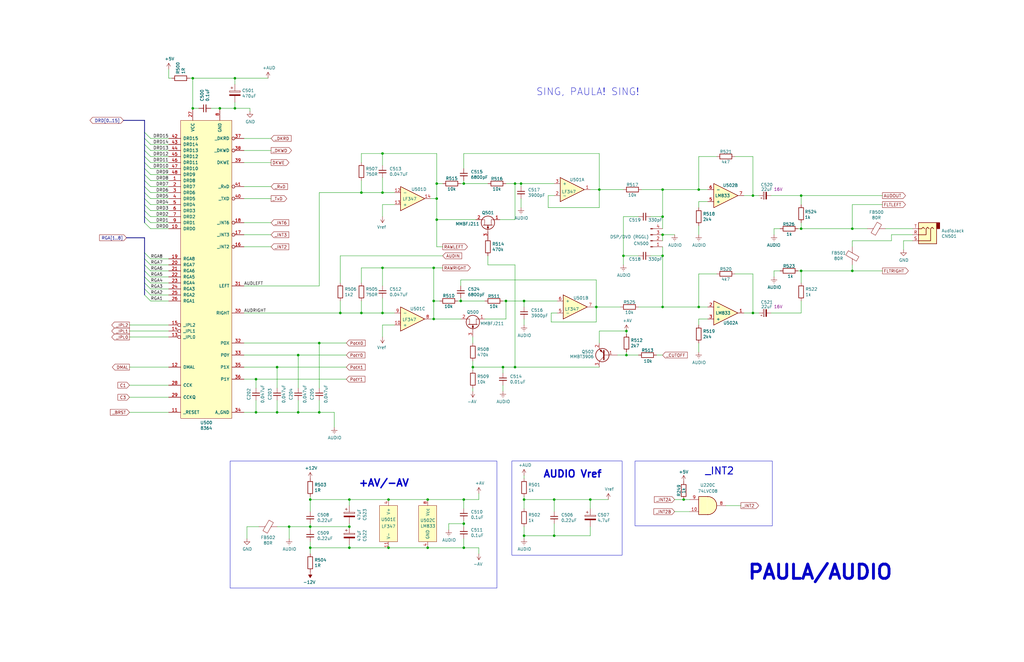
<source format=kicad_sch>
(kicad_sch (version 20231120) (generator "eeschema") (generator_version "8.0")
  (paper "B")
  (title_block (title "AMIGA PCI") (date "2024-07-31") (rev "4.0"))
  (junction (at 217.17 77.47))
  (junction (at 219.71 77.47))
  (junction (at 184.15 77.47))
  (junction (at 116.84 154.94))
  (junction (at 130.81 210.82))
  (junction (at 337.82 82.55))
  (junction (at 213.36 127))
  (junction (at 107.95 173.99))
  (junction (at 147.32 210.82))
  (junction (at 279.4 129.54))
  (junction (at 317.5 132.08))
  (junction (at 134.62 173.99))
  (junction (at 121.92 222.25))
  (junction (at 294.64 80.01))
  (junction (at 92.71 45.72))
  (junction (at 161.29 81.28))
  (junction (at 130.81 231.14))
  (junction (at 262.89 107.95))
  (junction (at 220.98 127))
  (junction (at 81.28 33.02))
  (junction (at 233.68 226.06))
  (junction (at 248.92 210.82))
  (junction (at 163.83 210.82))
  (junction (at 212.09 154.94))
  (junction (at 161.29 132.08))
  (junction (at 220.98 210.82))
  (junction (at 217.17 154.94))
  (junction (at 317.5 82.55))
  (junction (at 195.58 231.14))
  (junction (at 130.81 222.25))
  (junction (at 99.06 45.72))
  (junction (at 81.28 45.72))
  (junction (at 194.31 127))
  (junction (at 337.82 96.52))
  (junction (at 182.88 127))
  (junction (at 147.32 222.25))
  (junction (at 99.06 33.02))
  (junction (at 279.4 80.01))
  (junction (at 220.98 226.06))
  (junction (at 195.58 77.47))
  (junction (at 182.88 134.62))
  (junction (at 163.83 231.14))
  (junction (at 264.16 139.7))
  (junction (at 125.73 149.86))
  (junction (at 195.58 220.98))
  (junction (at 182.88 113.03))
  (junction (at 134.62 144.78))
  (junction (at 107.95 160.02))
  (junction (at 359.41 114.3))
  (junction (at 152.4 81.28))
  (junction (at 279.4 91.44))
  (junction (at 288.29 210.82))
  (junction (at 184.15 92.71))
  (junction (at 359.41 96.52))
  (junction (at 337.82 114.3))
  (junction (at 180.34 231.14))
  (junction (at 152.4 132.08))
  (junction (at 125.73 173.99))
  (junction (at 279.4 107.95))
  (junction (at 264.16 149.86))
  (junction (at 279.4 99.06))
  (junction (at 161.29 113.03))
  (junction (at 233.68 210.82))
  (junction (at 116.84 173.99))
  (junction (at 252.73 80.01))
  (junction (at 147.32 231.14))
  (junction (at 251.46 129.54))
  (junction (at 161.29 64.77))
  (junction (at 180.34 210.82))
  (junction (at 184.15 83.82))
  (junction (at 199.39 154.94))
  (junction (at 294.64 129.54))
  (junction (at 195.58 210.82))
  (junction (at 143.51 132.08))
  (bus_entry (at 63.5 66.04) (size -2.54 -2.54))
  (bus_entry (at 63.5 88.9) (size -2.54 -2.54))
  (bus_entry (at 63.5 60.96) (size -2.54 -2.54))
  (bus_entry (at 63.5 114.3) (size -2.54 -2.54))
  (bus_entry (at 63.5 119.38) (size -2.54 -2.54))
  (bus_entry (at 63.5 83.82) (size -2.54 -2.54))
  (bus_entry (at 63.5 76.2) (size -2.54 -2.54))
  (bus_entry (at 63.5 91.44) (size -2.54 -2.54))
  (bus_entry (at 63.5 81.28) (size -2.54 -2.54))
  (bus_entry (at 63.5 63.5) (size -2.54 -2.54))
  (bus_entry (at 63.5 111.76) (size -2.54 -2.54))
  (bus_entry (at 63.5 73.66) (size -2.54 -2.54))
  (bus_entry (at 63.5 58.42) (size -2.54 -2.54))
  (bus_entry (at 63.5 68.58) (size -2.54 -2.54))
  (bus_entry (at 63.5 124.46) (size -2.54 -2.54))
  (bus_entry (at 63.5 86.36) (size -2.54 -2.54))
  (bus_entry (at 63.5 121.92) (size -2.54 -2.54))
  (bus_entry (at 63.5 96.52) (size -2.54 -2.54))
  (bus_entry (at 63.5 78.74) (size -2.54 -2.54))
  (bus_entry (at 63.5 109.22) (size -2.54 -2.54))
  (bus_entry (at 63.5 127) (size -2.54 -2.54))
  (bus_entry (at 63.5 116.84) (size -2.54 -2.54))
  (bus_entry (at 63.5 93.98) (size -2.54 -2.54))
  (bus_entry (at 63.5 71.12) (size -2.54 -2.54))
  (wire (pts (xy 54.61 142.24) (xy 71.12 142.24)))
  (wire (pts (xy 99.06 45.72) (xy 99.06 43.18)))
  (wire (pts (xy 130.81 210.82) (xy 147.32 210.82)))
  (wire (pts (xy 147.32 220.98) (xy 147.32 222.25)))
  (wire (pts (xy 337.82 96.52) (xy 359.41 96.52)))
  (wire (pts (xy 317.5 82.55) (xy 317.5 66.04)))
  (wire (pts (xy 107.95 160.02) (xy 107.95 163.83)))
  (wire (pts (xy 233.68 220.98) (xy 233.68 226.06)))
  (wire (pts (xy 71.12 124.46) (xy 63.5 124.46)))
  (wire (pts (xy 210.82 92.71) (xy 217.17 92.71)))
  (bus (pts (xy 60.96 63.5) (xy 60.96 66.04)))
  (wire (pts (xy 182.88 113.03) (xy 161.29 113.03)))
  (wire (pts (xy 104.14 222.25) (xy 109.22 222.25)))
  (bus (pts (xy 60.96 81.28) (xy 60.96 83.82)))
  (wire (pts (xy 217.17 154.94) (xy 252.73 154.94)))
  (bus (pts (xy 60.96 88.9) (xy 60.96 91.44)))
  (bus (pts (xy 60.96 106.68) (xy 60.96 109.22)))
  (wire (pts (xy 182.88 134.62) (xy 182.88 127)))
  (wire (pts (xy 212.09 162.56) (xy 212.09 165.1)))
  (wire (pts (xy 102.87 173.99) (xy 107.95 173.99)))
  (wire (pts (xy 381 101.6) (xy 381 105.41)))
  (wire (pts (xy 264.16 148.59) (xy 264.16 149.86)))
  (wire (pts (xy 205.74 111.76) (xy 217.17 111.76)))
  (wire (pts (xy 71.12 66.04) (xy 63.5 66.04)))
  (wire (pts (xy 161.29 81.28) (xy 166.37 81.28)))
  (wire (pts (xy 71.12 63.5) (xy 63.5 63.5)))
  (bus (pts (xy 60.96 50.8) (xy 60.96 55.88)))
  (wire (pts (xy 184.15 92.71) (xy 184.15 104.14)))
  (wire (pts (xy 294.64 66.04) (xy 294.64 80.01)))
  (wire (pts (xy 336.55 114.3) (xy 337.82 114.3)))
  (wire (pts (xy 184.15 83.82) (xy 184.15 92.71)))
  (wire (pts (xy 217.17 77.47) (xy 219.71 77.47)))
  (wire (pts (xy 161.29 74.93) (xy 161.29 81.28)))
  (wire (pts (xy 359.41 101.6) (xy 375.92 101.6)))
  (wire (pts (xy 54.61 173.99) (xy 71.12 173.99)))
  (wire (pts (xy 71.12 93.98) (xy 63.5 93.98)))
  (wire (pts (xy 284.48 215.9) (xy 290.83 215.9)))
  (wire (pts (xy 262.89 107.95) (xy 269.24 107.95)))
  (wire (pts (xy 182.88 127) (xy 185.42 127)))
  (wire (pts (xy 220.98 210.82) (xy 220.98 214.63)))
  (wire (pts (xy 102.87 154.94) (xy 116.84 154.94)))
  (wire (pts (xy 302.26 66.04) (xy 294.64 66.04)))
  (wire (pts (xy 262.89 111.76) (xy 262.89 107.95)))
  (wire (pts (xy 359.41 114.3) (xy 359.41 111.76)))
  (wire (pts (xy 234.95 132.08) (xy 232.41 132.08)))
  (wire (pts (xy 212.09 154.94) (xy 212.09 157.48)))
  (wire (pts (xy 152.4 64.77) (xy 161.29 64.77)))
  (wire (pts (xy 195.58 210.82) (xy 201.93 210.82)))
  (wire (pts (xy 279.4 107.95) (xy 279.4 129.54)))
  (wire (pts (xy 302.26 115.57) (xy 294.64 115.57)))
  (wire (pts (xy 294.64 134.62) (xy 294.64 137.16)))
  (wire (pts (xy 130.81 222.25) (xy 147.32 222.25)))
  (wire (pts (xy 313.69 82.55) (xy 317.5 82.55)))
  (wire (pts (xy 231.14 82.55) (xy 233.68 82.55)))
  (wire (pts (xy 152.4 68.58) (xy 152.4 64.77)))
  (wire (pts (xy 134.62 173.99) (xy 140.97 173.99)))
  (wire (pts (xy 71.12 33.02) (xy 72.39 33.02)))
  (wire (pts (xy 204.47 134.62) (xy 213.36 134.62)))
  (wire (pts (xy 199.39 142.24) (xy 199.39 144.78)))
  (wire (pts (xy 375.92 99.06) (xy 384.81 99.06)))
  (wire (pts (xy 233.68 226.06) (xy 248.92 226.06)))
  (wire (pts (xy 294.64 80.01) (xy 298.45 80.01)))
  (wire (pts (xy 152.4 132.08) (xy 161.29 132.08)))
  (wire (pts (xy 269.24 91.44) (xy 262.89 91.44)))
  (wire (pts (xy 71.12 86.36) (xy 63.5 86.36)))
  (wire (pts (xy 130.81 210.82) (xy 130.81 215.9)))
  (wire (pts (xy 182.88 113.03) (xy 182.88 127)))
  (wire (pts (xy 269.24 129.54) (xy 279.4 129.54)))
  (wire (pts (xy 121.92 222.25) (xy 116.84 222.25)))
  (wire (pts (xy 147.32 231.14) (xy 163.83 231.14)))
  (wire (pts (xy 130.81 209.55) (xy 130.81 210.82)))
  (wire (pts (xy 274.32 107.95) (xy 279.4 107.95)))
  (bus (pts (xy 60.96 73.66) (xy 60.96 76.2)))
  (wire (pts (xy 195.58 77.47) (xy 205.74 77.47)))
  (wire (pts (xy 181.61 83.82) (xy 184.15 83.82)))
  (wire (pts (xy 195.58 64.77) (xy 252.73 64.77)))
  (wire (pts (xy 220.98 209.55) (xy 220.98 210.82)))
  (wire (pts (xy 147.32 231.14) (xy 130.81 231.14)))
  (wire (pts (xy 373.38 96.52) (xy 384.81 96.52)))
  (wire (pts (xy 116.84 154.94) (xy 146.05 154.94)))
  (wire (pts (xy 152.4 81.28) (xy 161.29 81.28)))
  (wire (pts (xy 161.29 86.36) (xy 161.29 91.44)))
  (wire (pts (xy 182.88 134.62) (xy 194.31 134.62)))
  (wire (pts (xy 184.15 83.82) (xy 184.15 77.47)))
  (wire (pts (xy 184.15 77.47) (xy 184.15 64.77)))
  (wire (pts (xy 359.41 96.52) (xy 359.41 86.36)))
  (wire (pts (xy 252.73 80.01) (xy 252.73 64.77)))
  (wire (pts (xy 143.51 132.08) (xy 152.4 132.08)))
  (wire (pts (xy 317.5 115.57) (xy 309.88 115.57)))
  (wire (pts (xy 248.92 210.82) (xy 256.54 210.82)))
  (wire (pts (xy 152.4 76.2) (xy 152.4 81.28)))
  (wire (pts (xy 233.68 215.9) (xy 233.68 210.82)))
  (wire (pts (xy 252.73 139.7) (xy 264.16 139.7)))
  (wire (pts (xy 107.95 160.02) (xy 146.05 160.02)))
  (wire (pts (xy 71.12 83.82) (xy 63.5 83.82)))
  (wire (pts (xy 231.14 82.55) (xy 231.14 87.63)))
  (wire (pts (xy 220.98 227.33) (xy 220.98 226.06)))
  (wire (pts (xy 114.3 99.06) (xy 102.87 99.06)))
  (wire (pts (xy 326.39 96.52) (xy 326.39 99.06)))
  (wire (pts (xy 71.12 76.2) (xy 63.5 76.2)))
  (wire (pts (xy 81.28 33.02) (xy 99.06 33.02)))
  (wire (pts (xy 152.4 127) (xy 152.4 132.08)))
  (wire (pts (xy 102.87 144.78) (xy 134.62 144.78)))
  (wire (pts (xy 217.17 111.76) (xy 217.17 154.94)))
  (wire (pts (xy 184.15 77.47) (xy 186.69 77.47)))
  (wire (pts (xy 279.4 80.01) (xy 294.64 80.01)))
  (wire (pts (xy 279.4 91.44) (xy 279.4 80.01)))
  (wire (pts (xy 248.92 80.01) (xy 252.73 80.01)))
  (wire (pts (xy 294.64 85.09) (xy 294.64 87.63)))
  (wire (pts (xy 116.84 154.94) (xy 116.84 163.83)))
  (wire (pts (xy 220.98 134.62) (xy 220.98 137.16)))
  (wire (pts (xy 195.58 227.33) (xy 195.58 231.14)))
  (wire (pts (xy 184.15 104.14) (xy 186.69 104.14)))
  (bus (pts (xy 60.96 66.04) (xy 60.96 68.58)))
  (wire (pts (xy 219.71 83.82) (xy 219.71 87.63)))
  (wire (pts (xy 186.69 107.95) (xy 143.51 107.95)))
  (wire (pts (xy 194.31 127) (xy 204.47 127)))
  (wire (pts (xy 317.5 66.04) (xy 309.88 66.04)))
  (wire (pts (xy 359.41 86.36) (xy 372.11 86.36)))
  (bus (pts (xy 60.96 50.8) (xy 52.07 50.8)))
  (wire (pts (xy 71.12 127) (xy 63.5 127)))
  (bus (pts (xy 60.96 71.12) (xy 60.96 73.66)))
  (wire (pts (xy 264.16 149.86) (xy 269.24 149.86)))
  (wire (pts (xy 288.29 210.82) (xy 290.83 210.82)))
  (wire (pts (xy 232.41 135.89) (xy 251.46 135.89)))
  (wire (pts (xy 359.41 114.3) (xy 372.11 114.3)))
  (wire (pts (xy 248.92 214.63) (xy 248.92 210.82)))
  (wire (pts (xy 130.81 222.25) (xy 130.81 223.52)))
  (wire (pts (xy 54.61 139.7) (xy 71.12 139.7)))
  (wire (pts (xy 104.14 222.25) (xy 104.14 227.33)))
  (wire (pts (xy 194.31 125.73) (xy 194.31 127)))
  (wire (pts (xy 130.81 233.68) (xy 130.81 231.14)))
  (wire (pts (xy 80.01 33.02) (xy 81.28 33.02)))
  (wire (pts (xy 71.12 88.9) (xy 63.5 88.9)))
  (wire (pts (xy 143.51 127) (xy 143.51 132.08)))
  (wire (pts (xy 71.12 73.66) (xy 63.5 73.66)))
  (wire (pts (xy 134.62 144.78) (xy 134.62 163.83)))
  (wire (pts (xy 195.58 231.14) (xy 201.93 231.14)))
  (wire (pts (xy 326.39 114.3) (xy 326.39 116.84)))
  (wire (pts (xy 252.73 80.01) (xy 262.89 80.01)))
  (wire (pts (xy 121.92 222.25) (xy 121.92 227.33)))
  (wire (pts (xy 233.68 210.82) (xy 248.92 210.82)))
  (wire (pts (xy 337.82 114.3) (xy 359.41 114.3)))
  (wire (pts (xy 114.3 63.5) (xy 102.87 63.5)))
  (wire (pts (xy 161.29 125.73) (xy 161.29 132.08)))
  (wire (pts (xy 220.98 226.06) (xy 233.68 226.06)))
  (wire (pts (xy 220.98 127) (xy 234.95 127)))
  (bus (pts (xy 60.96 91.44) (xy 60.96 93.98)))
  (wire (pts (xy 270.51 80.01) (xy 279.4 80.01)))
  (wire (pts (xy 99.06 35.56) (xy 99.06 33.02)))
  (wire (pts (xy 147.32 210.82) (xy 163.83 210.82)))
  (wire (pts (xy 71.12 109.22) (xy 63.5 109.22)))
  (wire (pts (xy 359.41 96.52) (xy 365.76 96.52)))
  (wire (pts (xy 279.4 91.44) (xy 279.4 96.52)))
  (wire (pts (xy 114.3 83.82) (xy 102.87 83.82)))
  (wire (pts (xy 147.32 210.82) (xy 147.32 213.36)))
  (wire (pts (xy 163.83 231.14) (xy 180.34 231.14)))
  (wire (pts (xy 161.29 132.08) (xy 166.37 132.08)))
  (wire (pts (xy 199.39 154.94) (xy 212.09 154.94)))
  (wire (pts (xy 201.93 231.14) (xy 201.93 233.68)))
  (wire (pts (xy 279.4 99.06) (xy 284.48 99.06)))
  (wire (pts (xy 328.93 96.52) (xy 326.39 96.52)))
  (wire (pts (xy 114.3 68.58) (xy 102.87 68.58)))
  (wire (pts (xy 107.95 173.99) (xy 116.84 173.99)))
  (wire (pts (xy 161.29 113.03) (xy 152.4 113.03)))
  (bus (pts (xy 60.96 58.42) (xy 60.96 60.96)))
  (wire (pts (xy 54.61 154.94) (xy 71.12 154.94)))
  (wire (pts (xy 262.89 91.44) (xy 262.89 107.95)))
  (wire (pts (xy 71.12 60.96) (xy 63.5 60.96)))
  (wire (pts (xy 359.41 104.14) (xy 359.41 101.6)))
  (wire (pts (xy 130.81 231.14) (xy 130.81 228.6)))
  (bus (pts (xy 60.96 60.96) (xy 60.96 63.5)))
  (wire (pts (xy 166.37 86.36) (xy 161.29 86.36)))
  (wire (pts (xy 298.45 85.09) (xy 294.64 85.09)))
  (wire (pts (xy 125.73 168.91) (xy 125.73 173.99)))
  (wire (pts (xy 114.3 78.74) (xy 102.87 78.74)))
  (wire (pts (xy 231.14 87.63) (xy 252.73 87.63)))
  (bus (pts (xy 60.96 100.33) (xy 53.34 100.33)))
  (wire (pts (xy 298.45 134.62) (xy 294.64 134.62)))
  (wire (pts (xy 102.87 160.02) (xy 107.95 160.02)))
  (wire (pts (xy 125.73 173.99) (xy 134.62 173.99)))
  (wire (pts (xy 375.92 101.6) (xy 375.92 99.06)))
  (wire (pts (xy 71.12 119.38) (xy 63.5 119.38)))
  (wire (pts (xy 337.82 86.36) (xy 337.82 82.55)))
  (wire (pts (xy 219.71 78.74) (xy 219.71 77.47)))
  (wire (pts (xy 163.83 210.82) (xy 180.34 210.82)))
  (wire (pts (xy 125.73 149.86) (xy 146.05 149.86)))
  (wire (pts (xy 337.82 127) (xy 337.82 132.08)))
  (wire (pts (xy 134.62 81.28) (xy 152.4 81.28)))
  (wire (pts (xy 180.34 210.82) (xy 195.58 210.82)))
  (wire (pts (xy 71.12 71.12) (xy 63.5 71.12)))
  (wire (pts (xy 189.23 220.98) (xy 189.23 223.52)))
  (wire (pts (xy 279.4 91.44) (xy 274.32 91.44)))
  (wire (pts (xy 317.5 132.08) (xy 317.5 115.57)))
  (wire (pts (xy 279.4 99.06) (xy 279.4 101.6)))
  (wire (pts (xy 195.58 219.71) (xy 195.58 220.98)))
  (wire (pts (xy 184.15 92.71) (xy 200.66 92.71)))
  (wire (pts (xy 116.84 173.99) (xy 125.73 173.99)))
  (wire (pts (xy 189.23 220.98) (xy 195.58 220.98)))
  (wire (pts (xy 140.97 180.34) (xy 140.97 173.99)))
  (wire (pts (xy 199.39 152.4) (xy 199.39 154.94)))
  (wire (pts (xy 294.64 115.57) (xy 294.64 129.54)))
  (wire (pts (xy 71.12 78.74) (xy 63.5 78.74)))
  (bus (pts (xy 60.96 121.92) (xy 60.96 124.46)))
  (wire (pts (xy 107.95 168.91) (xy 107.95 173.99)))
  (wire (pts (xy 325.12 132.08) (xy 337.82 132.08)))
  (wire (pts (xy 325.12 82.55) (xy 337.82 82.55)))
  (wire (pts (xy 220.98 200.66) (xy 220.98 201.93)))
  (wire (pts (xy 180.34 231.14) (xy 195.58 231.14)))
  (wire (pts (xy 217.17 77.47) (xy 213.36 77.47)))
  (wire (pts (xy 220.98 129.54) (xy 220.98 127)))
  (wire (pts (xy 102.87 132.08) (xy 143.51 132.08)))
  (wire (pts (xy 336.55 96.52) (xy 337.82 96.52)))
  (wire (pts (xy 284.48 210.82) (xy 288.29 210.82)))
  (wire (pts (xy 195.58 71.12) (xy 195.58 64.77)))
  (wire (pts (xy 337.82 114.3) (xy 337.82 119.38)))
  (wire (pts (xy 181.61 134.62) (xy 182.88 134.62)))
  (wire (pts (xy 161.29 64.77) (xy 161.29 69.85)))
  (wire (pts (xy 71.12 68.58) (xy 63.5 68.58)))
  (bus (pts (xy 60.96 86.36) (xy 60.96 88.9)))
  (wire (pts (xy 182.88 113.03) (xy 186.69 113.03)))
  (wire (pts (xy 220.98 222.25) (xy 220.98 226.06)))
  (wire (pts (xy 294.64 95.25) (xy 294.64 99.06)))
  (wire (pts (xy 147.32 231.14) (xy 147.32 229.87)))
  (wire (pts (xy 114.3 104.14) (xy 102.87 104.14)))
  (wire (pts (xy 71.12 121.92) (xy 63.5 121.92)))
  (wire (pts (xy 217.17 92.71) (xy 217.17 77.47)))
  (wire (pts (xy 337.82 96.52) (xy 337.82 93.98)))
  (wire (pts (xy 219.71 77.47) (xy 233.68 77.47)))
  (wire (pts (xy 134.62 144.78) (xy 146.05 144.78)))
  (wire (pts (xy 54.61 137.16) (xy 71.12 137.16)))
  (wire (pts (xy 276.86 149.86) (xy 279.4 149.86)))
  (wire (pts (xy 116.84 168.91) (xy 116.84 173.99)))
  (wire (pts (xy 199.39 154.94) (xy 199.39 156.21)))
  (wire (pts (xy 195.58 220.98) (xy 195.58 222.25)))
  (wire (pts (xy 279.4 104.14) (xy 279.4 107.95)))
  (wire (pts (xy 212.09 154.94) (xy 217.17 154.94)))
  (bus (pts (xy 60.96 100.33) (xy 60.96 106.68)))
  (wire (pts (xy 114.3 93.98) (xy 102.87 93.98)))
  (wire (pts (xy 71.12 91.44) (xy 63.5 91.44)))
  (wire (pts (xy 248.92 226.06) (xy 248.92 222.25)))
  (wire (pts (xy 71.12 81.28) (xy 63.5 81.28)))
  (wire (pts (xy 328.93 114.3) (xy 326.39 114.3)))
  (wire (pts (xy 161.29 64.77) (xy 184.15 64.77)))
  (wire (pts (xy 306.07 213.36) (xy 312.42 213.36)))
  (wire (pts (xy 260.35 149.86) (xy 264.16 149.86)))
  (wire (pts (xy 205.74 107.95) (xy 205.74 111.76)))
  (wire (pts (xy 213.36 127) (xy 220.98 127)))
  (wire (pts (xy 320.04 132.08) (xy 317.5 132.08)))
  (bus (pts (xy 60.96 111.76) (xy 60.96 114.3)))
  (wire (pts (xy 384.81 101.6) (xy 381 101.6)))
  (wire (pts (xy 99.06 33.02) (xy 113.03 33.02)))
  (bus (pts (xy 60.96 78.74) (xy 60.96 81.28)))
  (wire (pts (xy 143.51 107.95) (xy 143.51 119.38)))
  (bus (pts (xy 60.96 114.3) (xy 60.96 116.84)))
  (wire (pts (xy 71.12 116.84) (xy 63.5 116.84)))
  (wire (pts (xy 102.87 149.86) (xy 125.73 149.86)))
  (wire (pts (xy 279.4 129.54) (xy 294.64 129.54)))
  (wire (pts (xy 294.64 129.54) (xy 298.45 129.54)))
  (wire (pts (xy 193.04 127) (xy 194.31 127)))
  (wire (pts (xy 102.87 120.65) (xy 134.62 120.65)))
  (wire (pts (xy 194.31 118.11) (xy 251.46 118.11)))
  (wire (pts (xy 71.12 29.21) (xy 71.12 33.02)))
  (wire (pts (xy 81.28 45.72) (xy 81.28 33.02)))
  (wire (pts (xy 294.64 144.78) (xy 294.64 148.59)))
  (wire (pts (xy 251.46 129.54) (xy 261.62 129.54)))
  (wire (pts (xy 195.58 76.2) (xy 195.58 77.47)))
  (wire (pts (xy 71.12 96.52) (xy 63.5 96.52)))
  (wire (pts (xy 92.71 45.72) (xy 99.06 45.72)))
  (bus (pts (xy 60.96 116.84) (xy 60.96 119.38)))
  (bus (pts (xy 60.96 76.2) (xy 60.96 78.74)))
  (wire (pts (xy 88.9 45.72) (xy 92.71 45.72)))
  (wire (pts (xy 213.36 127) (xy 212.09 127)))
  (wire (pts (xy 251.46 135.89) (xy 251.46 129.54)))
  (wire (pts (xy 99.06 45.72) (xy 105.41 45.72)))
  (wire (pts (xy 213.36 134.62) (xy 213.36 127)))
  (wire (pts (xy 83.82 45.72) (xy 81.28 45.72)))
  (bus (pts (xy 60.96 68.58) (xy 60.96 71.12)))
  (wire (pts (xy 252.73 87.63) (xy 252.73 80.01)))
  (wire (pts (xy 152.4 113.03) (xy 152.4 119.38)))
  (bus (pts (xy 60.96 55.88) (xy 60.96 58.42)))
  (wire (pts (xy 134.62 168.91) (xy 134.62 173.99)))
  (wire (pts (xy 114.3 58.42) (xy 102.87 58.42)))
  (wire (pts (xy 201.93 210.82) (xy 201.93 208.28)))
  (wire (pts (xy 130.81 220.98) (xy 130.81 222.25)))
  (wire (pts (xy 134.62 120.65) (xy 134.62 81.28)))
  (wire (pts (xy 220.98 210.82) (xy 233.68 210.82)))
  (wire (pts (xy 54.61 167.64) (xy 71.12 167.64)))
  (bus (pts (xy 60.96 83.82) (xy 60.96 86.36)))
  (wire (pts (xy 313.69 132.08) (xy 317.5 132.08)))
  (wire (pts (xy 199.39 163.83) (xy 199.39 165.1)))
  (wire (pts (xy 194.31 77.47) (xy 195.58 77.47)))
  (wire (pts (xy 125.73 149.86) (xy 125.73 163.83)))
  (wire (pts (xy 264.16 139.7) (xy 264.16 140.97)))
  (wire (pts (xy 232.41 132.08) (xy 232.41 135.89)))
  (bus (pts (xy 60.96 109.22) (xy 60.96 111.76)))
  (wire (pts (xy 105.41 45.72) (xy 105.41 46.99)))
  (wire (pts (xy 166.37 137.16) (xy 161.29 137.16)))
  (wire (pts (xy 54.61 162.56) (xy 71.12 162.56)))
  (wire (pts (xy 194.31 120.65) (xy 194.31 118.11)))
  (wire (pts (xy 71.12 114.3) (xy 63.5 114.3)))
  (wire (pts (xy 251.46 129.54) (xy 251.46 118.11)))
  (wire (pts (xy 161.29 113.03) (xy 161.29 120.65)))
  (wire (pts (xy 337.82 82.55) (xy 372.11 82.55)))
  (wire (pts (xy 71.12 58.42) (xy 63.5 58.42)))
  (wire (pts (xy 195.58 210.82) (xy 195.58 214.63)))
  (wire (pts (xy 161.29 137.16) (xy 161.29 142.24)))
  (wire (pts (xy 121.92 222.25) (xy 130.81 222.25)))
  (wire (pts (xy 252.73 144.78) (xy 252.73 139.7)))
  (bus (pts (xy 60.96 119.38) (xy 60.96 121.92)))
  (wire (pts (xy 71.12 111.76) (xy 63.5 111.76)))
  (wire (pts (xy 320.04 82.55) (xy 317.5 82.55)))
  (wire (pts (xy 250.19 129.54) (xy 251.46 129.54)))
  (rectangle (start 215.8492 194.5386) (end 262.3312 234.2896))
  (rectangle (start 97.028 194.564) (end 209.55 248.158))
  (rectangle (start 267.7668 194.564) (end 325.7 221.8944))
  (text "AUDIO Vref" (at 254 201.93 0) (effects (font (size 3 3) (thickness 0.6) (bold yes)) (justify right bottom)))
  (text "SING, PAULA! SING!" (at 226.06 40.64 0) (effects (font (size 3 3)) (justify left bottom)))
  (text "+AV/-AV" (at 172.72 205.74 0) (effects (font (size 3 3) (thickness 0.6) (bold yes)) (justify right bottom)))
  (text "_INT2" (at 297.18 200.66 0) (effects (font (size 3 3) (thickness 0.4) (bold yes)) (justify left bottom)))
  (text "PAULA/AUDIO" (at 314.96 245.11 0) (effects (font (size 6 6) (thickness 1.2) (bold yes)) (justify left bottom)))
  (label "DRD2" (at 71.12 91.44 180) (effects (font (size 1.2954 1.2954))))
  (label "DRD3" (at 71.12 88.9 180) (effects (font (size 1.2954 1.2954))))
  (label "DRD6" (at 71.12 81.28 180) (effects (font (size 1.2954 1.2954))))
  (label "DRD14" (at 71.12 60.96 180) (effects (font (size 1.2954 1.2954))))
  (label "DRD7" (at 71.12 78.74 180) (effects (font (size 1.2954 1.2954))))
  (label "DRD0" (at 71.12 96.52 180) (effects (font (size 1.2954 1.2954))))
  (label "RGA7" (at 63.5 111.76 0) (effects (font (size 1.2954 1.2954))))
  (label "RGA4" (at 63.5 119.38 0) (effects (font (size 1.2954 1.2954))))
  (label "DRD4" (at 71.12 86.36 180) (effects (font (size 1.2954 1.2954))))
  (label "RGA6" (at 63.5 114.3 0) (effects (font (size 1.2954 1.2954))))
  (label "DRD5" (at 71.12 83.82 180) (effects (font (size 1.2954 1.2954))))
  (label "RGA3" (at 63.5 121.92 0) (effects (font (size 1.2954 1.2954))))
  (label "AUDRIGHT" (at 102.87 132.08 0))
  (label "DRD11" (at 71.12 68.58 180) (effects (font (size 1.2954 1.2954))))
  (label "RGA2" (at 63.5 124.46 0) (effects (font (size 1.2954 1.2954))))
  (label "DRD8" (at 71.12 76.2 180) (effects (font (size 1.2954 1.2954))))
  (label "DRD1" (at 71.12 93.98 180) (effects (font (size 1.2954 1.2954))))
  (label "DRD9" (at 71.12 73.66 180) (effects (font (size 1.2954 1.2954))))
  (label "DRD13" (at 71.12 63.5 180) (effects (font (size 1.2954 1.2954))))
  (label "DRD15" (at 71.12 58.42 180) (effects (font (size 1.2954 1.2954))))
  (label "RGA8" (at 63.5 109.22 0) (effects (font (size 1.2954 1.2954))))
  (label "AUDLEFT" (at 102.87 120.65 0))
  (label "RGA5" (at 63.5 116.84 0) (effects (font (size 1.2954 1.2954))))
  (label "DRD10" (at 71.12 71.12 180) (effects (font (size 1.2954 1.2954))))
  (label "RGA1" (at 63.5 127 0) (effects (font (size 1.2954 1.2954))))
  (label "DRD12" (at 71.12 66.04 180) (effects (font (size 1.2954 1.2954))))
  (global_label "_INT2" (shape input) (at 114.3 104.14 0) (property "Intersheetrefs" "${INTERSHEET_REFS}" (at 122.2858 104.14 0) (effects (justify left))))
  (global_label "FLTRIGHT" (shape output) (at 372.11 114.3 0) (property "Intersheetrefs" "${INTERSHEET_REFS}" (at 383.543 114.3 0) (effects (justify left))))
  (global_label "PotX1" (shape input) (at 146.05 154.94 0) (property "Intersheetrefs" "${INTERSHEET_REFS}" (at 154.5195 154.94 0) (effects (justify left))))
  (global_label "DMAL" (shape output) (at 54.61 154.94 180) (property "Intersheetrefs" "${INTERSHEET_REFS}" (at 46.8661 154.94 0) (effects (justify right))))
  (global_label "_INT2A" (shape input) (at 284.48 210.82 180) (property "Intersheetrefs" "${INTERSHEET_REFS}" (at 275.3262 210.82 0) (effects (justify right))))
  (global_label "_INT6" (shape input) (at 114.3 93.98 0) (property "Intersheetrefs" "${INTERSHEET_REFS}" (at 122.2858 93.98 0) (effects (justify left))))
  (global_label "DRD[0..15]" (shape bidirectional) (at 52.07 50.8 180) (effects (font (size 1.2954 1.2954))) (property "Intersheetrefs" "${INTERSHEET_REFS}" (at 37.4248 50.8 0) (effects (justify right))))
  (global_label "AUDIN" (shape input) (at 186.69 107.95 0) (property "Intersheetrefs" "${INTERSHEET_REFS}" (at 195.2202 107.95 0) (effects (justify left))))
  (global_label "C1" (shape input) (at 54.61 162.56 180) (property "Intersheetrefs" "${INTERSHEET_REFS}" (at 49.2247 162.56 0) (effects (justify right))))
  (global_label "_INT2" (shape output) (at 312.42 213.36 0) (property "Intersheetrefs" "${INTERSHEET_REFS}" (at 320.4852 213.36 0) (effects (justify left))))
  (global_label "PotY0" (shape input) (at 146.05 149.86 0) (property "Intersheetrefs" "${INTERSHEET_REFS}" (at 154.3986 149.86 0) (effects (justify left))))
  (global_label "_IPL0" (shape output) (at 54.61 142.24 180) (property "Intersheetrefs" "${INTERSHEET_REFS}" (at 46.6242 142.24 0) (effects (justify right))))
  (global_label "C3" (shape input) (at 54.61 167.64 180) (property "Intersheetrefs" "${INTERSHEET_REFS}" (at 49.2247 167.64 0) (effects (justify right))))
  (global_label "_RxD" (shape input) (at 114.3 78.74 0) (property "Intersheetrefs" "${INTERSHEET_REFS}" (at 121.7415 78.74 0) (effects (justify left))))
  (global_label "PotY1" (shape input) (at 146.05 160.02 0) (property "Intersheetrefs" "${INTERSHEET_REFS}" (at 154.3986 160.02 0) (effects (justify left))))
  (global_label "PotX0" (shape input) (at 146.05 144.78 0) (property "Intersheetrefs" "${INTERSHEET_REFS}" (at 154.5195 144.78 0) (effects (justify left))))
  (global_label "DKWE" (shape output) (at 114.3 68.58 0) (property "Intersheetrefs" "${INTERSHEET_REFS}" (at 122.3462 68.58 0) (effects (justify left))))
  (global_label "RGA[1..8]" (shape input) (at 53.34 100.33 180) (property "Intersheetrefs" "${INTERSHEET_REFS}" (at 41.4836 100.33 0) (effects (justify right))))
  (global_label "FLTLEFT" (shape output) (at 372.11 86.36 0) (property "Intersheetrefs" "${INTERSHEET_REFS}" (at 382.3334 86.36 0) (effects (justify left))))
  (global_label "_IPL1" (shape output) (at 54.61 139.7 180) (property "Intersheetrefs" "${INTERSHEET_REFS}" (at 46.6242 139.7 0) (effects (justify right))))
  (global_label "_BRST" (shape input) (at 54.61 173.99 180) (property "Intersheetrefs" "${INTERSHEET_REFS}" (at 45.9401 173.99 0) (effects (justify right))))
  (global_label "_DKRD" (shape input) (at 114.3 58.42 0) (property "Intersheetrefs" "${INTERSHEET_REFS}" (at 123.2534 58.42 0) (effects (justify left))))
  (global_label "_DKWD" (shape output) (at 114.3 63.5 0) (property "Intersheetrefs" "${INTERSHEET_REFS}" (at 123.4348 63.5 0) (effects (justify left))))
  (global_label "RAWRIGHT" (shape output) (at 186.69 113.03 0) (property "Intersheetrefs" "${INTERSHEET_REFS}" (at 198.8487 113.03 0) (effects (justify left))))
  (global_label "_TxD" (shape output) (at 114.3 83.82 0) (property "Intersheetrefs" "${INTERSHEET_REFS}" (at 121.4391 83.82 0) (effects (justify left))))
  (global_label "_INT2B" (shape input) (at 284.48 215.9 180) (property "Intersheetrefs" "${INTERSHEET_REFS}" (at 275.1448 215.9 0) (effects (justify right))))
  (global_label "RAWLEFT" (shape output) (at 186.69 104.14 0) (property "Intersheetrefs" "${INTERSHEET_REFS}" (at 197.6391 104.14 0) (effects (justify left))))
  (global_label "_IPL2" (shape output) (at 54.61 137.16 180) (property "Intersheetrefs" "${INTERSHEET_REFS}" (at 46.6242 137.16 0) (effects (justify right))))
  (global_label "_CUTOFF" (shape input) (at 279.4 149.86 0) (property "Intersheetrefs" "${INTERSHEET_REFS}" (at 290.3492 149.86 0) (effects (justify left))))
  (global_label "AUDOUT" (shape output) (at 372.11 82.55 0) (property "Intersheetrefs" "${INTERSHEET_REFS}" (at 382.3335 82.55 0) (effects (justify left))))
  (global_label "_INT3" (shape input) (at 114.3 99.06 0) (property "Intersheetrefs" "${INTERSHEET_REFS}" (at 122.2858 99.06 0) (effects (justify left))))
  (symbol (lib_id "AmigaPCI-Symbols:AUDIO GND") (at 121.92 227.33 0) (unit 1)
    (property "Reference" "#PWR091" (effects (hide yes)))
    (property "Value" "AUDIO" (at 122.047 231.7242 0))
    (instances (project "AmigaPCI Mainboard" (path "" (reference "#PWR091") (unit 1))) (project "2000ATX" (path "" (reference "#PWR0287") (unit 1))))
  )
  (symbol (lib_id "AmigaPCI-Symbols:+AV") (at 201.93 208.28 0) (unit 1)
    (property "Reference" "#+AV02" (effects (hide yes)))
    (property "Value" "+AV" (at 202.311 203.8858 0))
    (instances (project "AmigaPCI Mainboard" (path "" (reference "#+AV02") (unit 1))) (project "2000ATX" (path "" (reference "#+AV0101") (unit 1))))
  )
  (symbol (lib_id "Device:C_Small") (at 130.81 218.44 0) (unit 1)
    (property "Reference" "C508" (at 133.731 217.2716 0) (effects (justify left)))
    (property "Value" "0.22uF" (at 133.731 219.583 0) (effects (justify left)))
    (property "Footprint" "Capacitor_SMD:C_0603_1608Metric" (effects (hide yes)))
    (instances (project "AmigaPCI Mainboard" (path "" (reference "C508") (unit 1))) (project "2000ATX" (path "" (reference "C220") (unit 1))))
  )
  (symbol (lib_id "AmigaPCI-Symbols:Ferrite_Bead") (at 369.57 96.52 90) (unit 1)
    (property "Reference" "FB500" (at 369.57 89.5604 90))
    (property "Value" "80R" (at 369.57 91.8718 90))
    (property "Footprint" "Capacitor_SMD:C_0805_2012Metric" (effects (hide yes)))
    (instances (project "AmigaPCI Mainboard" (path "" (reference "FB500") (unit 1))) (project "2000ATX" (path "" (reference "FB401") (unit 1)) (path "" (reference "FB401") (unit 1))))
  )
  (symbol (lib_id "74xx:74LS08") (at 298.45 213.36 0) (unit 3)
    (property "Reference" "U220" (at 298.4417 204.724 0))
    (property "Value" "74LVC08" (at 298.4417 207.264 0))
    (property "Footprint" "Package_SO:TSSOP-14_4.4x5mm_P0.65mm" (effects (hide yes)))
    (property "Datasheet" "http://www.ti.com/lit/gpn/sn74LS08" (effects (hide yes)))
  )
  (symbol (lib_id "AmigaPCI-Symbols:+AV") (at 264.16 139.7 0) (unit 1)
    (property "Reference" "#+AV03" (effects (hide yes)))
    (property "Value" "+AV" (at 264.541 135.3058 0))
    (instances (project "AmigaPCI Mainboard" (path "" (reference "#+AV03") (unit 1))) (project "2000ATX" (path "" (reference "#+AV0102") (unit 1))))
  )
  (symbol (lib_id "power:+5V") (at 71.12 29.21 0) (unit 1)
    (property "Reference" "#PWR069" (effects (hide yes)))
    (property "Value" "+5V" (at 71.501 24.8158 0))
    (instances (project "AmigaPCI Mainboard" (path "" (reference "#PWR069") (unit 1))) (project "2000ATX" (path "" (reference "#PWR0276") (unit 1))))
  )
  (symbol (lib_id "Device:C_Polarized") (at 147.32 217.17 0) (unit 1)
    (property "Reference" "C523" (at 153.797 217.17 90))
    (property "Value" "47uF" (at 151.4856 217.17 90))
    (property "Footprint" "Capacitor_THT:CP_Radial_D5.0mm_P2.00mm" (effects (hide yes)))
    (instances (project "AmigaPCI Mainboard" (path "" (reference "C523") (unit 1))) (project "2000ATX" (path "" (reference "C222") (unit 1)) (path "" (reference "C222") (unit 1))))
  )
  (symbol (lib_id "Device:R") (at 143.51 123.19 0) (unit 1)
    (property "Reference" "R506" (at 145.288 122.0216 0) (effects (justify left)))
    (property "Value" "1k2" (at 145.288 124.333 0) (effects (justify left)))
    (property "Footprint" "Resistor_SMD:R_0603_1608Metric" (effects (hide yes)))
    (instances (project "AmigaPCI Mainboard" (path "" (reference "R506") (unit 1))) (project "2000ATX" (path "" (reference "R210") (unit 1))))
  )
  (symbol (lib_id "Connector:Conn_01x04_Pin") (at 274.32 101.6 0) (mirror x) (unit 1)
    (property "Reference" "CN500" (at 270.383 102.743 0))
    (property "Value" "DSP/DVD (RGGL)" (at 265.43 99.949 0))
    (property "Footprint" "Connector_PinHeader_2.54mm:PinHeader_1x04_P2.54mm_Vertical" (effects (hide yes)))
    (property "Part Number" "5-103639-3" (effects (hide yes)))
  )
  (symbol (lib_id "power:-12V") (at 130.81 241.3 180) (unit 1)
    (property "Reference" "#PWR093" (effects (hide yes)))
    (property "Value" "-12V" (at 130.429 245.6942 0))
    (instances (project "AmigaPCI Mainboard" (path "" (reference "#PWR093") (unit 1))) (project "2000ATX" (path "" (reference "#PWR0286") (unit 1))))
  )
  (symbol (lib_id "Device:R") (at 337.82 123.19 0) (unit 1)
    (property "Reference" "R522" (at 339.598 122.0216 0) (effects (justify left)))
    (property "Value" "1k" (at 339.598 124.333 0) (effects (justify left)))
    (property "Footprint" "Resistor_SMD:R_0603_1608Metric" (effects (hide yes)))
    (instances (project "AmigaPCI Mainboard" (path "" (reference "R522") (unit 1))) (project "2000ATX" (path "" (reference "R210") (unit 1))))
  )
  (symbol (lib_id "Device:R") (at 294.64 140.97 0) (unit 1)
    (property "Reference" "R519" (at 296.418 139.8016 0) (effects (justify left)))
    (property "Value" "2k4" (at 296.418 142.113 0) (effects (justify left)))
    (property "Footprint" "Resistor_SMD:R_0603_1608Metric" (effects (hide yes)))
    (instances (project "AmigaPCI Mainboard" (path "" (reference "R519") (unit 1))) (project "2000ATX" (path "" (reference "R210") (unit 1))))
  )
  (symbol (lib_id "Transistor_BJT:MMBT3906") (at 255.27 149.86 180) (unit 1)
    (property "Reference" "Q502" (at 250.444 148.463 0) (effects (justify left)))
    (property "Value" "MMBT3906" (at 250.444 150.495 0) (effects (justify left)))
    (property "Footprint" "Package_TO_SOT_SMD:SOT-23" (effects (hide yes)))
    (property "Datasheet" "https://www.onsemi.com/pdf/datasheet/pzt3906-d.pdf" (effects (hide yes)))
    (instances (project "AmigaPCI Mainboard" (path "" (reference "Q502") (unit 1))) (project "2000ATX" (path "" (reference "Q202") (unit 1))))
  )
  (symbol (lib_id "AmigaPCI-Symbols:LF347") (at 172.72 83.82 0) (mirror x) (unit 4)
    (property "Reference" "U501" (at 176.657 79.883 0))
    (property "Value" "LF347" (at 172.72 83.947 0))
    (property "Footprint" "Package_SO:SOIC-14_3.9x8.7mm_P1.27mm" (effects (hide yes)))
    (instances (project "AmigaPCI Mainboard" (path "" (reference "U501") (unit 4))) (project "2000ATX" (path "" (reference "U204") (unit 3))))
  )
  (symbol (lib_name "+5V_1") (lib_id "power:+5V") (at 288.29 203.2 0) (unit 1)
    (property "Reference" "#PWR0136" (effects (hide yes)))
    (property "Value" "+5V" (at 288.29 199.136 0))
    (property "Description" "Power symbol creates a global label with name \"+5V\"" (effects (hide yes)))
  )
  (symbol (lib_id "Device:R") (at 152.4 123.19 0) (unit 1)
    (property "Reference" "R505" (at 154.178 122.0216 0) (effects (justify left)))
    (property "Value" "750R" (at 154.178 124.333 0) (effects (justify left)))
    (property "Footprint" "Resistor_SMD:R_0603_1608Metric" (effects (hide yes)))
    (instances (project "AmigaPCI Mainboard" (path "" (reference "R505") (unit 1))) (project "2000ATX" (path "" (reference "R210") (unit 1))))
  )
  (symbol (lib_id "Device:C_Small") (at 220.98 132.08 0) (unit 1)
    (property "Reference" "C516" (at 223.901 130.9116 0) (effects (justify left)))
    (property "Value" "3900pF" (at 223.901 133.223 0) (effects (justify left)))
    (property "Footprint" "Capacitor_SMD:C_0603_1608Metric" (effects (hide yes)))
    (instances (project "AmigaPCI Mainboard" (path "" (reference "C516") (unit 1))) (project "2000ATX" (path "" (reference "C212") (unit 1))))
  )
  (symbol (lib_id "AmigaPCI-Symbols:AUDIO GND") (at 294.64 148.59 0) (unit 1)
    (property "Reference" "#PWR080" (effects (hide yes)))
    (property "Value" "AUDIO" (at 294.767 152.9842 0))
    (instances (project "AmigaPCI Mainboard" (path "" (reference "#PWR080") (unit 1))) (project "2000ATX" (path "" (reference "#PWR0283") (unit 1))))
  )
  (symbol (lib_id "AmigaPCI-Symbols:-AV") (at 201.93 233.68 180) (unit 1)
    (property "Reference" "#-AV02" (effects (hide yes)))
    (property "Value" "-AV" (at 201.549 238.0742 0))
    (instances (project "AmigaPCI Mainboard" (path "" (reference "#-AV02") (unit 1))) (project "2000ATX" (path "" (reference "#-AV0101") (unit 1))))
  )
  (symbol (lib_id "AmigaPCI-Symbols:VREF") (at 161.29 142.24 180) (unit 1)
    (property "Reference" "#VREF04" (effects (hide yes)))
    (property "Value" "Vref" (at 160.909 146.6342 0))
    (instances (project "AmigaPCI Mainboard" (path "" (reference "#VREF04") (unit 1))) (project "2000ATX" (path "" (reference "#VREF0101") (unit 1))))
  )
  (symbol (lib_id "Device:C_Small") (at 219.71 81.28 0) (unit 1)
    (property "Reference" "C517" (at 222.631 80.1116 0) (effects (justify left)))
    (property "Value" "3900pF" (at 222.631 82.423 0) (effects (justify left)))
    (property "Footprint" "Capacitor_SMD:C_0603_1608Metric" (effects (hide yes)))
    (instances (project "AmigaPCI Mainboard" (path "" (reference "C517") (unit 1))) (project "2000ATX" (path "" (reference "C212") (unit 1))))
  )
  (symbol (lib_id "Device:R") (at 205.74 104.14 0) (unit 1)
    (property "Reference" "R514" (at 207.518 102.9716 0) (effects (justify left)))
    (property "Value" "470k" (at 207.518 105.283 0) (effects (justify left)))
    (property "Footprint" "Resistor_SMD:R_0603_1608Metric" (effects (hide yes)))
    (instances (project "AmigaPCI Mainboard" (path "" (reference "R514") (unit 1))) (project "2000ATX" (path "" (reference "R210") (unit 1))))
  )
  (symbol (lib_id "AmigaPCI-Symbols:AUDIO GND") (at 212.09 165.1 0) (unit 1)
    (property "Reference" "#PWR071" (effects (hide yes)))
    (property "Value" "AUDIO" (at 212.217 169.4942 0))
    (instances (project "AmigaPCI Mainboard" (path "" (reference "#PWR071") (unit 1))) (project "2000ATX" (path "" (reference "#PWR0283") (unit 1))))
  )
  (symbol (lib_id "AmigaPCI-Symbols:AUDIO GND") (at 140.97 180.34 0) (unit 1)
    (property "Reference" "#PWR076" (effects (hide yes)))
    (property "Value" "AUDIO" (at 141.097 184.7342 0))
    (instances (project "AmigaPCI Mainboard" (path "" (reference "#PWR076") (unit 1))) (project "2000ATX" (path "" (reference "#PWR0218") (unit 1))))
  )
  (symbol (lib_id "Device:R") (at 337.82 90.17 0) (mirror x) (unit 1)
    (property "Reference" "R524" (at 339.344 89.3826 0) (effects (justify left)))
    (property "Value" "1k" (at 339.344 91.694 0) (effects (justify left)))
    (property "Footprint" "Resistor_SMD:R_0603_1608Metric" (effects (hide yes)))
    (instances (project "AmigaPCI Mainboard" (path "" (reference "R524") (unit 1))) (project "2000ATX" (path "" (reference "R210") (unit 1))))
  )
  (symbol (lib_id "Device:R") (at 306.07 66.04 90) (unit 1)
    (property "Reference" "R521" (at 308.61 64.008 90) (effects (justify left)))
    (property "Value" "4k7" (at 307.848 68.326 90) (effects (justify left)))
    (property "Footprint" "Resistor_SMD:R_0603_1608Metric" (effects (hide yes)))
    (instances (project "AmigaPCI Mainboard" (path "" (reference "R521") (unit 1))) (project "2000ATX" (path "" (reference "R210") (unit 1))))
  )
  (symbol (lib_id "Device:C_Polarized_Small") (at 322.58 132.08 90) (unit 1)
    (property "Reference" "C521" (at 323.342 127.508 90))
    (property "Value" "22uF" (at 323.342 129.429 90))
    (property "Footprint" "Capacitor_THT:CP_Radial_D5.0mm_P2.00mm" (effects (hide yes)))
    (property "Volts" "16V" (at 328.168 129.413 90))
  )
  (symbol (lib_id "AmigaPCI-Symbols:+AUD") (at 220.98 200.66 0) (unit 1)
    (property "Reference" "#PWR094" (effects (hide yes)))
    (property "Value" "+AUD" (at 221.361 196.2658 0))
    (instances (project "AmigaPCI Mainboard" (path "" (reference "#PWR094") (unit 1))) (project "2000ATX" (path "" (reference "#PWR0279") (unit 1))))
  )
  (symbol (lib_id "AmigaPCI-Symbols:LF347") (at 163.83 220.98 0) (mirror y) (unit 5)
    (property "Reference" "U501" (at 163.83 219.202 0))
    (property "Value" "LF347" (at 163.83 222.123 0))
    (property "Footprint" "Package_SO:SOIC-14_3.9x8.7mm_P1.27mm" (effects (hide yes)))
    (instances (project "AmigaPCI Mainboard" (path "" (reference "U501") (unit 5))) (project "2000ATX" (path "" (reference "U204") (unit 5))))
  )
  (symbol (lib_id "Device:R") (at 130.81 237.49 0) (unit 1)
    (property "Reference" "R504" (at 132.588 236.3216 0) (effects (justify left)))
    (property "Value" "1R" (at 132.588 238.633 0) (effects (justify left)))
    (property "Footprint" "Resistor_SMD:R_0603_1608Metric" (effects (hide yes)))
    (instances (project "AmigaPCI Mainboard" (path "" (reference "R504") (unit 1))) (project "2000ATX" (path "" (reference "R208") (unit 1))))
  )
  (symbol (lib_id "Device:R") (at 152.4 72.39 0) (unit 1)
    (property "Reference" "R507" (at 154.178 71.2216 0) (effects (justify left)))
    (property "Value" "750R" (at 154.178 73.533 0) (effects (justify left)))
    (property "Footprint" "Resistor_SMD:R_0603_1608Metric" (effects (hide yes)))
    (instances (project "AmigaPCI Mainboard" (path "" (reference "R507") (unit 1))) (project "2000ATX" (path "" (reference "R210") (unit 1))))
  )
  (symbol (lib_id "Device:C_Small") (at 161.29 72.39 0) (unit 1)
    (property "Reference" "C513" (at 164.211 71.2216 0) (effects (justify left)))
    (property "Value" "0.047uF" (at 164.211 73.533 0) (effects (justify left)))
    (property "Footprint" "Capacitor_SMD:C_0603_1608Metric" (effects (hide yes)))
    (instances (project "AmigaPCI Mainboard" (path "" (reference "C513") (unit 1))) (project "2000ATX" (path "" (reference "C212") (unit 1))))
  )
  (symbol (lib_id "AmigaPCI-Symbols:Ferrite_Bead") (at 359.41 107.95 180) (unit 1)
    (property "Reference" "FB501" (at 353.6315 106.7689 0))
    (property "Value" "80R" (at 353.6315 109.0803 0))
    (property "Footprint" "Capacitor_SMD:C_0805_2012Metric" (effects (hide yes)))
    (instances (project "AmigaPCI Mainboard" (path "" (reference "FB501") (unit 1))) (project "2000ATX" (path "" (reference "FB401") (unit 1)) (path "" (reference "FB401") (unit 1))))
  )
  (symbol (lib_id "Device:R") (at 266.7 80.01 90) (unit 1)
    (property "Reference" "R517" (at 269.24 77.978 90) (effects (justify left)))
    (property "Value" "10k" (at 268.478 82.296 90) (effects (justify left)))
    (property "Footprint" "Resistor_SMD:R_0603_1608Metric" (effects (hide yes)))
    (instances (project "AmigaPCI Mainboard" (path "" (reference "R517") (unit 1))) (project "2000ATX" (path "" (reference "R210") (unit 1))))
  )
  (symbol (lib_id "Device:R") (at 332.74 96.52 90) (mirror x) (unit 1)
    (property "Reference" "R526" (at 335.153 94.615 90) (effects (justify left)))
    (property "Value" "1k" (at 334.01 98.806 90) (effects (justify left)))
    (property "Footprint" "Resistor_SMD:R_0603_1608Metric" (effects (hide yes)))
    (instances (project "AmigaPCI Mainboard" (path "" (reference "R526") (unit 1))) (project "2000ATX" (path "" (reference "R210") (unit 1))))
  )
  (symbol (lib_id "Device:C_Small") (at 194.31 123.19 0) (unit 1)
    (property "Reference" "C524" (at 197.231 122.0216 0) (effects (justify left)))
    (property "Value" "6800pF" (at 197.231 124.333 0) (effects (justify left)))
    (property "Footprint" "Capacitor_SMD:C_0603_1608Metric" (effects (hide yes)))
    (instances (project "AmigaPCI Mainboard" (path "" (reference "C524") (unit 1))) (project "2000ATX" (path "" (reference "C212") (unit 1))))
  )
  (symbol (lib_id "Device:R") (at 199.39 160.02 0) (unit 1)
    (property "Reference" "R509" (at 201.168 158.8516 0) (effects (justify left)))
    (property "Value" "10k" (at 201.168 161.163 0) (effects (justify left)))
    (property "Footprint" "Resistor_SMD:R_0603_1608Metric" (effects (hide yes)))
    (instances (project "AmigaPCI Mainboard" (path "" (reference "R509") (unit 1))) (project "2000ATX" (path "" (reference "R210") (unit 1))))
  )
  (symbol (lib_id "Device:C_Small") (at 86.36 45.72 90) (unit 1)
    (property "Reference" "C500" (at 85.1916 42.799 0) (effects (justify left)))
    (property "Value" "0.1uF" (at 87.503 42.799 0) (effects (justify left)))
    (property "Footprint" "Capacitor_SMD:C_0603_1608Metric" (effects (hide yes)))
    (instances (project "AmigaPCI Mainboard" (path "" (reference "C500") (unit 1))) (project "2000ATX" (path "" (reference "C200") (unit 1))))
  )
  (symbol (lib_id "AmigaPCI-Symbols:LF347") (at 241.3 129.54 0) (unit 2)
    (property "Reference" "U501" (at 244.983 125.73 0))
    (property "Value" "LF347" (at 241.173 130.429 0))
    (property "Footprint" "Package_SO:SOIC-14_3.9x8.7mm_P1.27mm" (effects (hide yes)))
    (instances (project "AmigaPCI Mainboard" (path "" (reference "U501") (unit 2))) (project "2000ATX" (path "" (reference "U204") (unit 3))))
  )
  (symbol (lib_id "AmigaPCI-Symbols:AUDIO GND") (at 262.89 111.76 0) (unit 1)
    (property "Reference" "#PWR078" (effects (hide yes)))
    (property "Value" "AUDIO" (at 263.017 116.1542 0))
    (instances (project "AmigaPCI Mainboard" (path "" (reference "#PWR078") (unit 1))) (project "2000ATX" (path "" (reference "#PWR0283") (unit 1))))
  )
  (symbol (lib_id "Device:R") (at 189.23 127 90) (unit 1)
    (property "Reference" "R510" (at 191.77 124.841 90) (effects (justify left)))
    (property "Value" "10k" (at 191.008 129.286 90) (effects (justify left)))
    (property "Footprint" "Resistor_SMD:R_0603_1608Metric" (effects (hide yes)))
    (instances (project "AmigaPCI Mainboard" (path "" (reference "R510") (unit 1))) (project "2000ATX" (path "" (reference "R210") (unit 1))))
  )
  (symbol (lib_id "AmigaPCI-Symbols:AUDIO GND") (at 284.48 99.06 0) (unit 1)
    (property "Reference" "#PWR077" (effects (hide yes)))
    (property "Value" "AUDIO" (at 284.607 103.4542 0))
    (instances (project "AmigaPCI Mainboard" (path "" (reference "#PWR077") (unit 1))) (project "2000ATX" (path "" (reference "#PWR0283") (unit 1))))
  )
  (symbol (lib_id "Device:R") (at 273.05 149.86 270) (unit 1)
    (property "Reference" "R513" (at 270.51 147.828 90) (effects (justify left)))
    (property "Value" "10k" (at 271.399 152.4 90) (effects (justify left)))
    (property "Footprint" "Resistor_SMD:R_0603_1608Metric" (effects (hide yes)))
    (instances (project "AmigaPCI Mainboard" (path "" (reference "R513") (unit 1))) (project "2000ATX" (path "" (reference "R214") (unit 1))))
  )
  (symbol (lib_id "AmigaPCI-Symbols:LM833") (at 304.8 132.08 0) (mirror x) (unit 1)
    (property "Reference" "U502" (at 308.102 136.271 0))
    (property "Value" "LM833" (at 304.927 132.08 0))
    (property "Footprint" "Package_SO:SOIC-8_3.9x4.9mm_P1.27mm" (effects (hide yes)))
  )
  (symbol (lib_id "power:+12V") (at 130.81 201.93 0) (unit 1)
    (property "Reference" "#PWR092" (effects (hide yes)))
    (property "Value" "+12V" (at 131.191 197.5358 0))
    (instances (project "AmigaPCI Mainboard" (path "" (reference "#PWR092") (unit 1))) (project "2000ATX" (path "" (reference "#PWR0285") (unit 1))))
  )
  (symbol (lib_id "Device:C_Small") (at 233.68 218.44 0) (unit 1)
    (property "Reference" "C506" (at 236.601 217.2716 0) (effects (justify left)))
    (property "Value" "0.22uF" (at 236.601 219.583 0) (effects (justify left)))
    (property "Footprint" "Capacitor_SMD:C_0603_1608Metric" (effects (hide yes)))
    (instances (project "AmigaPCI Mainboard" (path "" (reference "C506") (unit 1))) (project "2000ATX" (path "" (reference "C219") (unit 1))))
  )
  (symbol (lib_id "Device:R") (at 209.55 77.47 90) (unit 1)
    (property "Reference" "R516" (at 212.09 75.438 90) (effects (justify left)))
    (property "Value" "10k" (at 211.328 79.756 90) (effects (justify left)))
    (property "Footprint" "Resistor_SMD:R_0603_1608Metric" (effects (hide yes)))
    (instances (project "AmigaPCI Mainboard" (path "" (reference "R516") (unit 1))) (project "2000ATX" (path "" (reference "R210") (unit 1))))
  )
  (symbol (lib_id "Device:R") (at 199.39 148.59 0) (unit 1)
    (property "Reference" "R508" (at 201.168 147.4216 0) (effects (justify left)))
    (property "Value" "470k" (at 201.168 149.733 0) (effects (justify left)))
    (property "Footprint" "Resistor_SMD:R_0603_1608Metric" (effects (hide yes)))
    (instances (project "AmigaPCI Mainboard" (path "" (reference "R508") (unit 1))) (project "2000ATX" (path "" (reference "R210") (unit 1))))
  )
  (symbol (lib_id "Device:C_Small") (at 134.62 166.37 0) (unit 1)
    (property "Reference" "C205" (at 131.572 168.91 90) (effects (justify left)))
    (property "Value" "0.047uF" (at 137.414 170.18 90) (effects (justify left)))
    (property "Footprint" "Capacitor_SMD:C_0603_1608Metric" (effects (hide yes)))
  )
  (symbol (lib_id "AmigaPCI-Symbols:AUDIO GND") (at 220.98 137.16 0) (unit 1)
    (property "Reference" "#PWR072" (effects (hide yes)))
    (property "Value" "AUDIO" (at 221.107 141.5542 0))
    (instances (project "AmigaPCI Mainboard" (path "" (reference "#PWR072") (unit 1))) (project "2000ATX" (path "" (reference "#PWR0283") (unit 1))))
  )
  (symbol (lib_id "AmigaPCI-Symbols:MOS 8364 Paula") (at 87.63 109.22 0) (unit 1)
    (property "Reference" "U500" (at 86.995 178.3842 0))
    (property "Value" "8364" (at 86.995 180.6956 0))
    (property "Footprint" "Package_DIP:DIP-48_W15.24mm" (effects (hide yes)))
    (instances (project "AmigaPCI Mainboard" (path "" (reference "U500") (unit 1))) (project "2000ATX" (path "" (reference "U200") (unit 1))))
  )
  (symbol (lib_id "Device:C_Polarized") (at 147.32 226.06 0) (unit 1)
    (property "Reference" "C522" (at 153.797 226.06 90))
    (property "Value" "47uF" (at 151.4856 226.06 90))
    (property "Footprint" "Capacitor_THT:CP_Radial_D5.0mm_P2.00mm" (effects (hide yes)))
    (instances (project "AmigaPCI Mainboard" (path "" (reference "C522") (unit 1))) (project "2000ATX" (path "" (reference "C223") (unit 1)) (path "" (reference "C223") (unit 1))))
  )
  (symbol (lib_id "power:GND") (at 105.41 46.99 0) (unit 1)
    (property "Reference" "#PWR073" (effects (hide yes)))
    (property "Value" "GND" (at 105.537 51.3842 0))
    (instances (project "AmigaPCI Mainboard" (path "" (reference "#PWR073") (unit 1))) (project "2000ATX" (path "" (reference "#PWR0277") (unit 1))))
  )
  (symbol (lib_id "AmigaPCI-Symbols:+AUD") (at 113.03 33.02 0) (unit 1)
    (property "Reference" "#PWR074" (effects (hide yes)))
    (property "Value" "+AUD" (at 113.411 28.6258 0))
    (instances (project "AmigaPCI Mainboard" (path "" (reference "#PWR074") (unit 1))) (project "2000ATX" (path "" (reference "#PWR0278") (unit 1))))
  )
  (symbol (lib_id "Device:R") (at 265.43 129.54 90) (unit 1)
    (property "Reference" "R525" (at 267.97 127.508 90) (effects (justify left)))
    (property "Value" "10k" (at 267.208 131.826 90) (effects (justify left)))
    (property "Footprint" "Resistor_SMD:R_0603_1608Metric" (effects (hide yes)))
    (instances (project "AmigaPCI Mainboard" (path "" (reference "R525") (unit 1))) (project "2000ATX" (path "" (reference "R210") (unit 1))))
  )
  (symbol (lib_id "Device:R") (at 306.07 115.57 90) (unit 1)
    (property "Reference" "R520" (at 308.61 113.538 90) (effects (justify left)))
    (property "Value" "4k7" (at 307.848 117.856 90) (effects (justify left)))
    (property "Footprint" "Resistor_SMD:R_0603_1608Metric" (effects (hide yes)))
    (instances (project "AmigaPCI Mainboard" (path "" (reference "R520") (unit 1))) (project "2000ATX" (path "" (reference "R210") (unit 1))))
  )
  (symbol (lib_id "Device:C_Small") (at 161.29 123.19 0) (unit 1)
    (property "Reference" "C512" (at 164.211 122.0216 0) (effects (justify left)))
    (property "Value" "0.047uF" (at 164.211 124.333 0) (effects (justify left)))
    (property "Footprint" "Capacitor_SMD:C_0603_1608Metric" (effects (hide yes)))
    (instances (project "AmigaPCI Mainboard" (path "" (reference "C512") (unit 1))) (project "2000ATX" (path "" (reference "C212") (unit 1))))
  )
  (symbol (lib_id "AmigaPCI-Symbols:AUDIO GND") (at 220.98 227.33 0) (unit 1)
    (property "Reference" "#PWR095" (effects (hide yes)))
    (property "Value" "AUDIO" (at 221.107 231.7242 0))
    (instances (project "AmigaPCI Mainboard" (path "" (reference "#PWR095") (unit 1))) (project "2000ATX" (path "" (reference "#PWR0280") (unit 1))))
  )
  (symbol (lib_id "AmigaPCI-Symbols:VREF") (at 256.54 210.82 0) (unit 1)
    (property "Reference" "#VREF03" (effects (hide yes)))
    (property "Value" "Vref" (at 256.921 206.4258 0))
    (instances (project "AmigaPCI Mainboard" (path "" (reference "#VREF03") (unit 1))) (project "2000ATX" (path "" (reference "#VREF0103") (unit 1))))
  )
  (symbol (lib_id "AmigaPCI-Symbols:AUDIO GND") (at 189.23 223.52 0) (unit 1)
    (property "Reference" "#PWR099" (effects (hide yes)))
    (property "Value" "AUDIO" (at 189.357 227.9142 0))
    (instances (project "AmigaPCI Mainboard" (path "" (reference "#PWR099") (unit 1))) (project "2000ATX" (path "" (reference "#PWR0288") (unit 1))))
  )
  (symbol (lib_id "Device:R") (at 208.28 127 90) (unit 1)
    (property "Reference" "R511" (at 210.82 124.968 90) (effects (justify left)))
    (property "Value" "10k" (at 210.058 129.286 90) (effects (justify left)))
    (property "Footprint" "Resistor_SMD:R_0603_1608Metric" (effects (hide yes)))
    (instances (project "AmigaPCI Mainboard" (path "" (reference "R511") (unit 1))) (project "2000ATX" (path "" (reference "R210") (unit 1))))
  )
  (symbol (lib_id "Transistor_FET:BF545C") (at 205.74 95.25 90) (unit 1)
    (property "Reference" "Q501" (at 205.74 89.789 90))
    (property "Value" "MMBFJ211" (at 197.104 94.488 90))
    (property "Footprint" "Package_TO_SOT_SMD:SOT-23" (effects (hide yes)))
    (property "Datasheet" "https://www.nxp.com/docs/en/data-sheet/BF545A_BF545B_BF545C.pdf" (effects (hide yes)))
    (instances (project "AmigaPCI Mainboard" (path "" (reference "Q501") (unit 1))) (project "2000ATX" (path "" (reference "Q201") (unit 1))))
  )
  (symbol (lib_id "Device:R") (at 294.64 91.44 0) (unit 1)
    (property "Reference" "R518" (at 296.418 90.2716 0) (effects (justify left)))
    (property "Value" "2k4" (at 296.418 92.583 0) (effects (justify left)))
    (property "Footprint" "Resistor_SMD:R_0603_1608Metric" (effects (hide yes)))
    (instances (project "AmigaPCI Mainboard" (path "" (reference "R518") (unit 1))) (project "2000ATX" (path "" (reference "R210") (unit 1))))
  )
  (symbol (lib_id "AmigaPCI-Symbols:Ferrite_Bead") (at 113.03 222.25 270) (unit 1)
    (property "Reference" "FB502" (at 113.03 226.8474 90))
    (property "Value" "80R" (at 113.03 229.1588 90))
    (property "Footprint" "Capacitor_SMD:C_0805_2012Metric" (effects (hide yes)))
    (instances (project "AmigaPCI Mainboard" (path "" (reference "FB502") (unit 1))) (project "2000ATX" (path "" (reference "FB401") (unit 1)) (path "" (reference "FB401") (unit 1))))
  )
  (symbol (lib_id "Device:C_Small") (at 271.78 107.95 90) (unit 1)
    (property "Reference" "C518" (at 270.256 109.347 90) (effects (justify left)))
    (property "Value" "330pF" (at 279.4 109.347 90) (effects (justify left)))
    (property "Footprint" "Capacitor_SMD:C_0603_1608Metric" (effects (hide yes)))
    (instances (project "AmigaPCI Mainboard" (path "" (reference "C518") (unit 1))) (project "2000ATX" (path "" (reference "C212") (unit 1))))
  )
  (symbol (lib_id "Device:C_Small") (at 125.73 166.37 0) (unit 1)
    (property "Reference" "C204" (at 122.682 168.91 90) (effects (justify left)))
    (property "Value" "0.047uF" (at 128.524 170.18 90) (effects (justify left)))
    (property "Footprint" "Capacitor_SMD:C_0603_1608Metric" (effects (hide yes)))
  )
  (symbol (lib_id "Device:R") (at 332.74 114.3 90) (unit 1)
    (property "Reference" "R523" (at 335.28 112.268 90) (effects (justify left)))
    (property "Value" "1k" (at 334.518 116.586 90) (effects (justify left)))
    (property "Footprint" "Resistor_SMD:R_0603_1608Metric" (effects (hide yes)))
    (instances (project "AmigaPCI Mainboard" (path "" (reference "R523") (unit 1))) (project "2000ATX" (path "" (reference "R210") (unit 1))))
  )
  (symbol (lib_id "AmigaPCI-Symbols:LM833") (at 180.34 220.98 0) (unit 3)
    (property "Reference" "U502" (at 177.165 219.583 0) (effects (justify left)))
    (property "Value" "LM833" (at 177.292 221.996 0) (effects (justify left)))
    (property "Footprint" "Package_SO:SOIC-8_3.9x4.9mm_P1.27mm" (effects (hide yes)))
  )
  (symbol (lib_id "AmigaPCI-Symbols:AudioJack3-Connector") (at 389.89 99.06 180) (unit 1)
    (property "Reference" "CN501" (at 397.002 99.695 0) (effects (justify right)))
    (property "Value" "AudioJack" (at 397.002 97.3836 0) (effects (justify right)))
    (property "Footprint" "AmigaPCI:Jack_3.5mm_CUI_SJ1-3533NG_Horizontal_CircularHoles" (effects (hide yes)))
    (property "Part" "SJ1-3533NG" (effects (hide yes)))
    (instances (project "AmigaPCI Mainboard" (path "" (reference "CN501") (unit 1))) (project "2000ATX" (path "" (reference "CN205") (unit 1)) (path "" (reference "CN205") (unit 1))))
  )
  (symbol (lib_id "Device:C_Small") (at 130.81 226.06 0) (unit 1)
    (property "Reference" "C509" (at 133.731 224.8916 0) (effects (justify left)))
    (property "Value" "0.22uF" (at 133.731 227.203 0) (effects (justify left)))
    (property "Footprint" "Capacitor_SMD:C_0603_1608Metric" (effects (hide yes)))
    (instances (project "AmigaPCI Mainboard" (path "" (reference "C509") (unit 1))) (project "2000ATX" (path "" (reference "C221") (unit 1))))
  )
  (symbol (lib_id "AmigaPCI-Symbols:-AV") (at 199.39 165.1 180) (unit 1)
    (property "Reference" "#-AV03" (effects (hide yes)))
    (property "Value" "-AV" (at 199.009 169.4942 0))
    (instances (project "AmigaPCI Mainboard" (path "" (reference "#-AV03") (unit 1))) (project "2000ATX" (path "" (reference "#-AV0102") (unit 1))))
  )
  (symbol (lib_id "AmigaPCI-Symbols:LF347") (at 240.03 80.01 0) (unit 1)
    (property "Reference" "U501" (at 243.332 75.819 0))
    (property "Value" "LF347" (at 239.903 80.899 0))
    (property "Footprint" "Package_SO:SOIC-14_3.9x8.7mm_P1.27mm" (effects (hide yes)))
    (instances (project "AmigaPCI Mainboard" (path "" (reference "U501") (unit 1))) (project "2000ATX" (path "" (reference "U204") (unit 3))))
  )
  (symbol (lib_id "Device:C_Small") (at 271.78 91.44 90) (unit 1)
    (property "Reference" "C519" (at 270.256 92.837 90) (effects (justify left)))
    (property "Value" "330pF" (at 279.4 92.837 90) (effects (justify left)))
    (property "Footprint" "Capacitor_SMD:C_0603_1608Metric" (effects (hide yes)))
    (instances (project "AmigaPCI Mainboard" (path "" (reference "C519") (unit 1))) (project "2000ATX" (path "" (reference "C212") (unit 1))))
  )
  (symbol (lib_id "Device:C_Small") (at 212.09 160.02 0) (unit 1)
    (property "Reference" "C514" (at 215.011 158.8516 0) (effects (justify left)))
    (property "Value" "0.01uF" (at 215.011 161.163 0) (effects (justify left)))
    (property "Footprint" "Capacitor_SMD:C_0603_1608Metric" (effects (hide yes)))
    (instances (project "AmigaPCI Mainboard" (path "" (reference "C514") (unit 1))) (project "2000ATX" (path "" (reference "C212") (unit 1))))
  )
  (symbol (lib_id "power:GND") (at 104.14 227.33 0) (unit 1)
    (property "Reference" "#PWR086" (effects (hide yes)))
    (property "Value" "GND" (at 104.267 231.7242 0))
    (instances (project "AmigaPCI Mainboard" (path "" (reference "#PWR086") (unit 1))) (project "2000ATX" (path "" (reference "#PWR0277") (unit 1))))
  )
  (symbol (lib_id "Device:C_Polarized_Small") (at 322.58 82.55 90) (unit 1)
    (property "Reference" "C520" (at 323.342 77.978 90))
    (property "Value" "22uF" (at 323.342 79.899 90))
    (property "Footprint" "Capacitor_THT:CP_Radial_D5.0mm_P2.00mm" (effects (hide yes)))
    (property "Volts" "16V" (at 328.168 79.883 90))
  )
  (symbol (lib_id "AmigaPCI-Symbols:LF347") (at 172.72 134.62 0) (mirror x) (unit 3)
    (property "Reference" "U501" (at 176.149 130.302 0))
    (property "Value" "LF347" (at 172.593 134.874 0))
    (property "Footprint" "Package_SO:SOIC-14_3.9x8.7mm_P1.27mm" (effects (hide yes)))
    (instances (project "AmigaPCI Mainboard" (path "" (reference "U501") (unit 3))) (project "2000ATX" (path "" (reference "U204") (unit 3))))
  )
  (symbol (lib_id "Device:C_Small") (at 116.84 166.37 0) (unit 1)
    (property "Reference" "C203" (at 113.792 168.91 90) (effects (justify left)))
    (property "Value" "0.047uF" (at 119.634 170.18 90) (effects (justify left)))
    (property "Footprint" "Capacitor_SMD:C_0603_1608Metric" (effects (hide yes)))
  )
  (symbol (lib_id "Device:C_Polarized") (at 248.92 218.44 0) (unit 1)
    (property "Reference" "C507" (at 251.9172 217.2716 0) (effects (justify left)))
    (property "Value" "4.7uF" (at 251.9172 219.583 0) (effects (justify left)))
    (property "Footprint" "Capacitor_THT:CP_Radial_D5.0mm_P2.00mm" (effects (hide yes)))
    (instances (project "AmigaPCI Mainboard" (path "" (reference "C507") (unit 1))) (project "2000ATX" (path "" (reference "C224") (unit 1)) (path "" (reference "C224") (unit 1))))
  )
  (symbol (lib_id "Device:R") (at 190.5 77.47 90) (unit 1)
    (property "Reference" "R515" (at 193.04 75.311 90) (effects (justify left)))
    (property "Value" "10k" (at 192.278 79.756 90) (effects (justify left)))
    (property "Footprint" "Resistor_SMD:R_0603_1608Metric" (effects (hide yes)))
    (instances (project "AmigaPCI Mainboard" (path "" (reference "R515") (unit 1))) (project "2000ATX" (path "" (reference "R210") (unit 1))))
  )
  (symbol (lib_id "Device:R") (at 130.81 205.74 0) (unit 1)
    (property "Reference" "R503" (at 132.588 204.5716 0) (effects (justify left)))
    (property "Value" "1R" (at 132.588 206.883 0) (effects (justify left)))
    (property "Footprint" "Resistor_SMD:R_0603_1608Metric" (effects (hide yes)))
    (instances (project "AmigaPCI Mainboard" (path "" (reference "R503") (unit 1))) (project "2000ATX" (path "" (reference "R207") (unit 1))))
  )
  (symbol (lib_id "AmigaPCI-Symbols:AUDIO GND") (at 219.71 87.63 0) (unit 1)
    (property "Reference" "#PWR075" (effects (hide yes)))
    (property "Value" "AUDIO" (at 219.837 92.0242 0))
    (instances (project "AmigaPCI Mainboard" (path "" (reference "#PWR075") (unit 1))) (project "2000ATX" (path "" (reference "#PWR0283") (unit 1))))
  )
  (symbol (lib_id "Device:C_Small") (at 195.58 224.79 0) (unit 1)
    (property "Reference" "C511" (at 198.501 223.6216 0) (effects (justify left)))
    (property "Value" "0.1uF" (at 198.501 225.933 0) (effects (justify left)))
    (property "Footprint" "Capacitor_SMD:C_0603_1608Metric" (effects (hide yes)))
    (instances (project "AmigaPCI Mainboard" (path "" (reference "C511") (unit 1))) (project "2000ATX" (path "" (reference "C901") (unit 1))))
  )
  (symbol (lib_id "Device:C_Small") (at 107.95 166.37 0) (unit 1)
    (property "Reference" "C202" (at 104.902 168.91 90) (effects (justify left)))
    (property "Value" "0.047uF" (at 110.744 170.18 90) (effects (justify left)))
    (property "Footprint" "Capacitor_SMD:C_0603_1608Metric" (effects (hide yes)))
  )
  (symbol (lib_id "Device:C_Small") (at 195.58 73.66 0) (unit 1)
    (property "Reference" "C515" (at 198.501 72.4916 0) (effects (justify left)))
    (property "Value" "6800pF" (at 198.501 74.803 0) (effects (justify left)))
    (property "Footprint" "Capacitor_SMD:C_0603_1608Metric" (effects (hide yes)))
    (instances (project "AmigaPCI Mainboard" (path "" (reference "C515") (unit 1))) (project "2000ATX" (path "" (reference "C212") (unit 1))))
  )
  (symbol (lib_id "AmigaPCI-Symbols:LM833") (at 304.8 82.55 0) (unit 2)
    (property "Reference" "U502" (at 307.975 78.232 0))
    (property "Value" "LM833" (at 304.673 82.55 0))
    (property "Footprint" "Package_SO:SOIC-8_3.9x4.9mm_P1.27mm" (effects (hide yes)))
  )
  (symbol (lib_id "Device:R") (at 220.98 218.44 0) (unit 1)
    (property "Reference" "R502" (at 222.758 217.2716 0) (effects (justify left)))
    (property "Value" "1k" (at 222.758 219.583 0) (effects (justify left)))
    (property "Footprint" "Resistor_SMD:R_0603_1608Metric" (effects (hide yes)))
    (instances (project "AmigaPCI Mainboard" (path "" (reference "R502") (unit 1))) (project "2000ATX" (path "" (reference "R210") (unit 1))))
  )
  (symbol (lib_id "AmigaPCI-Symbols:VREF") (at 161.29 91.44 180) (unit 1)
    (property "Reference" "#VREF05" (effects (hide yes)))
    (property "Value" "Vref" (at 160.909 95.8342 0))
    (instances (project "AmigaPCI Mainboard" (path "" (reference "#VREF05") (unit 1))) (project "2000ATX" (path "" (reference "#VREF0101") (unit 1))))
  )
  (symbol (lib_id "Device:C_Small") (at 195.58 217.17 0) (unit 1)
    (property "Reference" "C510" (at 198.501 216.0016 0) (effects (justify left)))
    (property "Value" "0.1uF" (at 198.501 218.313 0) (effects (justify left)))
    (property "Footprint" "Capacitor_SMD:C_0603_1608Metric" (effects (hide yes)))
    (instances (project "AmigaPCI Mainboard" (path "" (reference "C510") (unit 1))) (project "2000ATX" (path "" (reference "C900") (unit 1))))
  )
  (symbol (lib_id "Device:R") (at 264.16 144.78 0) (unit 1)
    (property "Reference" "R512" (at 265.938 143.6116 0) (effects (justify left)))
    (property "Value" "2k7" (at 265.938 145.923 0) (effects (justify left)))
    (property "Footprint" "Resistor_SMD:R_0603_1608Metric" (effects (hide yes)))
    (instances (project "AmigaPCI Mainboard" (path "" (reference "R512") (unit 1))) (project "2000ATX" (path "" (reference "R213") (unit 1))))
  )
  (symbol (lib_id "Device:R") (at 288.29 207.01 0) (unit 1)
    (property "Reference" "R249" (at 286.258 209.55 90) (effects (justify left)))
    (property "Value" "1k" (at 288.29 208.28 90) (effects (justify left)))
    (property "Footprint" "Resistor_SMD:R_0603_1608Metric" (effects (hide yes)))
  )
  (symbol (lib_id "power:GND") (at 381 105.41 0) (unit 1)
    (property "Reference" "#PWR087" (effects (hide yes)))
    (property "Value" "GND" (at 381.127 109.8042 0))
    (instances (project "AmigaPCI Mainboard" (path "" (reference "#PWR087") (unit 1))) (project "2000ATX" (path "" (reference "#PWR0277") (unit 1))))
  )
  (symbol (lib_id "AmigaPCI-Symbols:AUDIO GND") (at 326.39 116.84 0) (unit 1)
    (property "Reference" "#PWR081" (effects (hide yes)))
    (property "Value" "AUDIO" (at 326.517 121.2342 0))
    (instances (project "AmigaPCI Mainboard" (path "" (reference "#PWR081") (unit 1))) (project "2000ATX" (path "" (reference "#PWR0283") (unit 1))))
  )
  (symbol (lib_id "Device:R") (at 76.2 33.02 90) (unit 1)
    (property "Reference" "R500" (at 75.0316 31.242 0) (effects (justify left)))
    (property "Value" "1R" (at 77.343 31.242 0) (effects (justify left)))
    (property "Footprint" "Resistor_SMD:R_0603_1608Metric" (effects (hide yes)))
    (instances (project "AmigaPCI Mainboard" (path "" (reference "R500") (unit 1))) (project "2000ATX" (path "" (reference "R200") (unit 1))))
  )
  (symbol (lib_id "AmigaPCI-Symbols:AUDIO GND") (at 326.39 99.06 0) (mirror y) (unit 1)
    (property "Reference" "#PWR082" (effects (hide yes)))
    (property "Value" "AUDIO" (at 326.263 103.4542 0))
    (instances (project "AmigaPCI Mainboard" (path "" (reference "#PWR082") (unit 1))) (project "2000ATX" (path "" (reference "#PWR0283") (unit 1))))
  )
  (symbol (lib_id "Device:C_Polarized") (at 99.06 39.37 0) (unit 1)
    (property "Reference" "C501" (at 102.0572 38.2016 0) (effects (justify left)))
    (property "Value" "470uF" (at 102.0572 40.513 0) (effects (justify left)))
    (property "Footprint" "Capacitor_THT:CP_Radial_D5.0mm_P2.00mm" (effects (hide yes)))
    (instances (project "AmigaPCI Mainboard" (path "" (reference "C501") (unit 1))) (project "2000ATX" (path "" (reference "C225") (unit 1)) (path "" (reference "C225") (unit 1))))
  )
  (symbol (lib_id "Device:R") (at 220.98 205.74 0) (unit 1)
    (property "Reference" "R501" (at 222.758 204.5716 0) (effects (justify left)))
    (property "Value" "1k" (at 222.758 206.883 0) (effects (justify left)))
    (property "Footprint" "Resistor_SMD:R_0603_1608Metric" (effects (hide yes)))
    (instances (project "AmigaPCI Mainboard" (path "" (reference "R501") (unit 1))) (project "2000ATX" (path "" (reference "R209") (unit 1))))
  )
  (symbol (lib_id "Transistor_FET:BF545C") (at 199.39 137.16 90) (unit 1)
    (property "Reference" "Q500" (at 199.39 131.699 90))
    (property "Value" "MMBFJ211" (at 207.518 136.525 90))
    (property "Footprint" "Package_TO_SOT_SMD:SOT-23" (effects (hide yes)))
    (property "Datasheet" "https://www.nxp.com/docs/en/data-sheet/BF545A_BF545B_BF545C.pdf" (effects (hide yes)))
    (instances (project "AmigaPCI Mainboard" (path "" (reference "Q500") (unit 1))) (project "2000ATX" (path "" (reference "Q201") (unit 1))))
  )
  (symbol (lib_id "AmigaPCI-Symbols:AUDIO GND") (at 294.64 99.06 0) (unit 1)
    (property "Reference" "#PWR079" (effects (hide yes)))
    (property "Value" "AUDIO" (at 294.767 103.4542 0))
    (instances (project "AmigaPCI Mainboard" (path "" (reference "#PWR079") (unit 1))) (project "2000ATX" (path "" (reference "#PWR0283") (unit 1))))
  )
)
</source>
